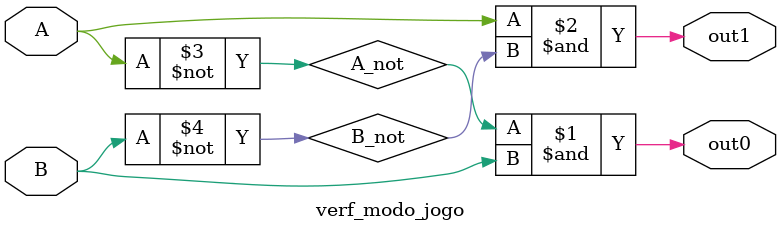
<source format=v>
module verf_modo_jogo(A, B, out0, out1);
	input A, B;
	output out0, out1;
	
	wire A_not, B_not;
	
	not (A_not, A);
	not (B_not, B);
	
	and And1 (out0, A_not, B);
	and And2 (out1, A, B_not);
	
	

endmodule 
</source>
